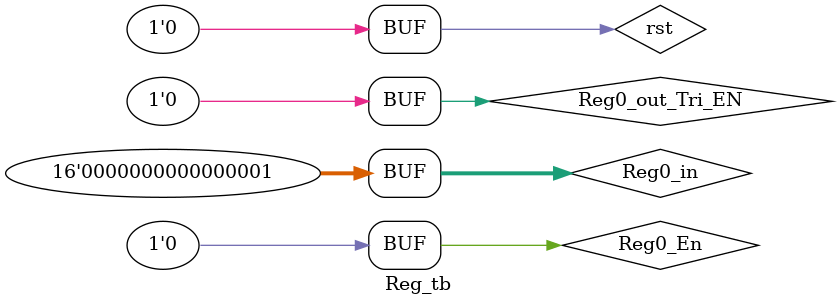
<source format=v>
`timescale 1ns/1ps                           //Change Reg numbers as needed to test
module Reg_tb();
wire [15:0] Reg0_in, Reg0_out_to_TRI;
wire [15:0] Reg0_out_to_BUS;
reg rst, Reg0_En, Reg0_out_Tri_EN;



Reg0 UUT(Reg0_in, Reg0_out_to_TRI, Reg0_En, rst, Reg0_out_Tri_EN, Reg0_out_to_BUS);  //Change Reg numbers as needed to test

assign Reg0_in = 16'b1;


initial begin 
 rst<=1;
 Reg0_out_Tri_EN <= 1;
 
 Reg0_En <= 0;
 #100;
 
 Reg0_En <= 1;
 #100;
 
 rst <= 0;
 
 Reg0_En <= 0;
 #100;
 
 Reg0_En <= 1;
 #100;
  
 
 Reg0_En <= 0;
 #100;
 
 Reg0_En <= 1;
 #100;

 Reg0_En <= 0;
 #100;
 
 Reg0_out_Tri_EN <= 0;
 #100;
 
  end 
endmodule 
</source>
